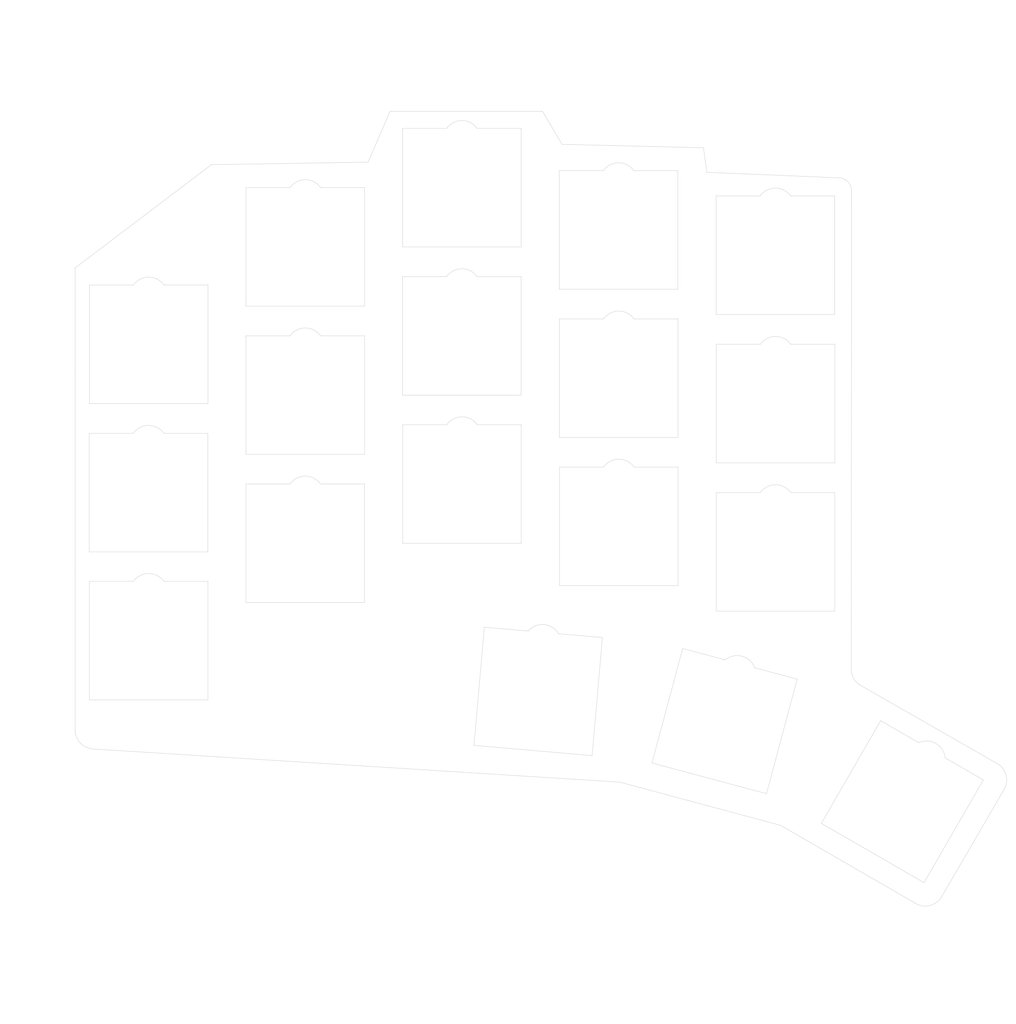
<source format=kicad_pcb>
(kicad_pcb (version 20211014) (generator pcbnew)
  (layers (0 "F.Cu" signal) (31 "B.Cu" signal) (34 "B.Paste" user) (35 "F.Paste" user) (36 "B.SilkS" user "B.Silkscreen") (37 "F.SilkS" user "F.Silkscreen") (38 "B.Mask" user) (39 "F.Mask" user) (44 "Edge.Cuts" user))
  (net 0 "")
  (footprint "Sweepv2_extras:SW_PG1350_cut" (layer "F.Cu") (at 150.98712 128.29224 -30)
    (fp_text reference "SW2" hide)
    (fp_text value "SW_Push" hide)
    (fp_line (start 7 7) (end 7 -7) (layer "Edge.Cuts") (width 0.05))
    (fp_line (start -7 -7) (end -1.8 -7) (layer "Edge.Cuts") (width 0.05))
    (fp_line (start 1.8 -7) (end 7 -7) (layer "Edge.Cuts") (width 0.05))
    (fp_line (start -7 7) (end -7 -7) (layer "Edge.Cuts") (width 0.05))
    (fp_line (start -7 7) (end 7 7) (layer "Edge.Cuts") (width 0.05))
    (fp_arc (start -1.8 -7) (mid -0.000001 -7.928054) (end 1.8 -7) (layer "Edge.Cuts") (width 0.05))
  )
  (footprint "Sweepv2_extras:SW_PG1350_cut" (layer "F.Cu") (at 61.99568 74.29184)
    (fp_text reference "SW2" hide)
    (fp_text value "SW_Push" hide)
    (fp_line (start -7 7) (end -7 -7) (layer "Edge.Cuts") (width 0.05))
    (fp_line (start -7 7) (end 7 7) (layer "Edge.Cuts") (width 0.05))
    (fp_line (start 1.8 -7) (end 7 -7) (layer "Edge.Cuts") (width 0.05))
    (fp_line (start 7 7) (end 7 -7) (layer "Edge.Cuts") (width 0.05))
    (fp_line (start -7 -7) (end -1.8 -7) (layer "Edge.Cuts") (width 0.05))
    (fp_arc (start -1.8 -7) (mid 0 -7.928054) (end 1.8 -7) (layer "Edge.Cuts") (width 0.05))
  )
  (footprint "Sweepv2_extras:SW_PG1350_cut" (layer "F.Cu") (at 107.99 115.27728 -5)
    (fp_text reference "SW2" hide)
    (fp_text value "SW_Push" hide)
    (fp_line (start -7 -7) (end -1.8 -7) (layer "Edge.Cuts") (width 0.05))
    (fp_line (start 1.8 -7) (end 7 -7) (layer "Edge.Cuts") (width 0.05))
    (fp_line (start -7 7) (end -7 -7) (layer "Edge.Cuts") (width 0.05))
    (fp_line (start 7 7) (end 7 -7) (layer "Edge.Cuts") (width 0.05))
    (fp_line (start -7 7) (end 7 7) (layer "Edge.Cuts") (width 0.05))
    (fp_arc (start -1.8 -7) (mid 0 -7.928054) (end 1.8 -7) (layer "Edge.Cuts") (width 0.05))
  )
  (footprint "Sweepv2_extras:SW_PG1350_cut" (layer "F.Cu") (at 136.0126 98.80292)
    (fp_text reference "SW2" hide)
    (fp_text value "SW_Push" hide)
    (fp_line (start 7 7) (end 7 -7) (layer "Edge.Cuts") (width 0.05))
    (fp_line (start -7 7) (end 7 7) (layer "Edge.Cuts") (width 0.05))
    (fp_line (start -7 -7) (end -1.8 -7) (layer "Edge.Cuts") (width 0.05))
    (fp_line (start -7 7) (end -7 -7) (layer "Edge.Cuts") (width 0.05))
    (fp_line (start 1.8 -7) (end 7 -7) (layer "Edge.Cuts") (width 0.05))
    (fp_arc (start -1.8 -7) (mid 0 -7.928054) (end 1.8 -7) (layer "Edge.Cuts") (width 0.05))
  )
  (footprint "Sweepv2_extras:SW_PG1350_cut" (layer "F.Cu") (at 61.98044 91.79752)
    (fp_text reference "SW2" hide)
    (fp_text value "SW_Push" hide)
    (fp_line (start -7 7) (end -7 -7) (layer "Edge.Cuts") (width 0.05))
    (fp_line (start -7 7) (end 7 7) (layer "Edge.Cuts") (width 0.05))
    (fp_line (start 1.8 -7) (end 7 -7) (layer "Edge.Cuts") (width 0.05))
    (fp_line (start -7 -7) (end -1.8 -7) (layer "Edge.Cuts") (width 0.05))
    (fp_line (start 7 7) (end 7 -7) (layer "Edge.Cuts") (width 0.05))
    (fp_arc (start -1.8 -7) (mid 0 -7.928054) (end 1.8 -7) (layer "Edge.Cuts") (width 0.05))
  )
  (footprint "Sweepv2_extras:SW_PG1350_cut" (layer "F.Cu") (at 117.50484 95.78532)
    (fp_text reference "SW2" hide)
    (fp_text value "SW_Push" hide)
    (fp_line (start 7 7) (end 7 -7) (layer "Edge.Cuts") (width 0.05))
    (fp_line (start -7 -7) (end -1.8 -7) (layer "Edge.Cuts") (width 0.05))
    (fp_line (start 1.8 -7) (end 7 -7) (layer "Edge.Cuts") (width 0.05))
    (fp_line (start -7 7) (end 7 7) (layer "Edge.Cuts") (width 0.05))
    (fp_line (start -7 7) (end -7 -7) (layer "Edge.Cuts") (width 0.05))
    (fp_arc (start -1.8 -7) (mid 0 -7.928054) (end 1.8 -7) (layer "Edge.Cuts") (width 0.05))
  )
  (footprint "Sweepv2_extras:SW_PG1350_cut" (layer "F.Cu") (at 135.99736 63.77632)
    (fp_text reference "SW2" hide)
    (fp_text value "SW_Push" hide)
    (fp_line (start 7 7) (end 7 -7) (layer "Edge.Cuts") (width 0.05))
    (fp_line (start -7 -7) (end -1.8 -7) (layer "Edge.Cuts") (width 0.05))
    (fp_line (start -7 7) (end -7 -7) (layer "Edge.Cuts") (width 0.05))
    (fp_line (start 1.8 -7) (end 7 -7) (layer "Edge.Cuts") (width 0.05))
    (fp_line (start -7 7) (end 7 7) (layer "Edge.Cuts") (width 0.05))
    (fp_arc (start -1.8 -7) (mid 0 -7.928054) (end 1.8 -7) (layer "Edge.Cuts") (width 0.05))
  )
  (footprint "Sweepv2_extras:SW_PG1350_cut" (layer "F.Cu") (at 80.4882 80.2914)
    (fp_text reference "SW2" hide)
    (fp_text value "SW_Push" hide)
    (fp_line (start -7 7) (end 7 7) (layer "Edge.Cuts") (width 0.05))
    (fp_line (start -7 -7) (end -1.8 -7) (layer "Edge.Cuts") (width 0.05))
    (fp_line (start 7 7) (end 7 -7) (layer "Edge.Cuts") (width 0.05))
    (fp_line (start 1.8 -7) (end 7 -7) (layer "Edge.Cuts") (width 0.05))
    (fp_line (start -7 7) (end -7 -7) (layer "Edge.Cuts") (width 0.05))
    (fp_arc (start -1.8 -7) (mid 0 -7.928054) (end 1.8 -7) (layer "Edge.Cuts") (width 0.05))
  )
  (footprint "Sweepv2_extras:SW_PG1350_cut" (layer "F.Cu") (at 80.4882 62.78572)
    (fp_text reference "SW2" hide)
    (fp_text value "SW_Push" hide)
    (fp_line (start -7 7) (end 7 7) (layer "Edge.Cuts") (width 0.05))
    (fp_line (start 7 7) (end 7 -7) (layer "Edge.Cuts") (width 0.05))
    (fp_line (start -7 7) (end -7 -7) (layer "Edge.Cuts") (width 0.05))
    (fp_line (start 1.8 -7) (end 7 -7) (layer "Edge.Cuts") (width 0.05))
    (fp_line (start -7 -7) (end -1.8 -7) (layer "Edge.Cuts") (width 0.05))
    (fp_arc (start -1.8 -7) (mid 0 -7.928054) (end 1.8 -7) (layer "Edge.Cuts") (width 0.05))
  )
  (footprint "Sweepv2_extras:SW_PG1350_cut" (layer "F.Cu") (at 136.0126 81.29216)
    (fp_text reference "SW2" hide)
    (fp_text value "SW_Push" hide)
    (fp_line (start 7 7) (end 7 -7) (layer "Edge.Cuts") (width 0.05))
    (fp_line (start -7 7) (end -7 -7) (layer "Edge.Cuts") (width 0.05))
    (fp_line (start -7 7) (end 7 7) (layer "Edge.Cuts") (width 0.05))
    (fp_line (start -7 -7) (end -1.8 -7) (layer "Edge.Cuts") (width 0.05))
    (fp_line (start 1.8 -7) (end 7 -7) (layer "Edge.Cuts") (width 0.05))
    (fp_arc (start -1.8 -7) (mid 0 -7.928054) (end 1.8 -7) (layer "Edge.Cuts") (width 0.05))
  )
  (footprint "Sweepv2_extras:SW_PG1350_cut" (layer "F.Cu") (at 98.99332 90.7866)
    (fp_text reference "SW2" hide)
    (fp_text value "SW_Push" hide)
    (fp_line (start -7 7) (end 7 7) (layer "Edge.Cuts") (width 0.05))
    (fp_line (start 1.8 -7) (end 7 -7) (layer "Edge.Cuts") (width 0.05))
    (fp_line (start -7 -7) (end -1.8 -7) (layer "Edge.Cuts") (width 0.05))
    (fp_line (start -7 7) (end -7 -7) (layer "Edge.Cuts") (width 0.05))
    (fp_line (start 7 7) (end 7 -7) (layer "Edge.Cuts") (width 0.05))
    (fp_arc (start -1.8 -7) (mid 0 -7.928054) (end 1.8 -7) (layer "Edge.Cuts") (width 0.05))
  )
  (footprint "Sweepv2_extras:SW_PG1350_cut" (layer "F.Cu") (at 117.50108 78.30004)
    (fp_text reference "SW2" hide)
    (fp_text value "SW_Push" hide)
    (fp_line (start 7 7) (end 7 -7) (layer "Edge.Cuts") (width 0.05))
    (fp_line (start -7 -7) (end -1.8 -7) (layer "Edge.Cuts") (width 0.05))
    (fp_line (start -7 7) (end 7 7) (layer "Edge.Cuts") (width 0.05))
    (fp_line (start -7 7) (end -7 -7) (layer "Edge.Cuts") (width 0.05))
    (fp_line (start 1.8 -7) (end 7 -7) (layer "Edge.Cuts") (width 0.05))
    (fp_arc (start -1.8 -7) (mid 0 -7.928054) (end 1.8 -7) (layer "Edge.Cuts") (width 0.05))
  )
  (footprint "Sweepv2_extras:SW_PG1350_cut" (layer "F.Cu") (at 129.99656 118.7774 -15)
    (fp_text reference "SW2" hide)
    (fp_text value "SW_Push" hide)
    (fp_line (start 7 7) (end 7 -7) (layer "Edge.Cuts") (width 0.05))
    (fp_line (start 1.8 -7) (end 7 -7) (layer "Edge.Cuts") (width 0.05))
    (fp_line (start -7 7) (end 7 7) (layer "Edge.Cuts") (width 0.05))
    (fp_line (start -7 -7) (end -1.8 -7) (layer "Edge.Cuts") (width 0.05))
    (fp_line (start -7 7) (end -7 -7) (layer "Edge.Cuts") (width 0.05))
    (fp_arc (start -1.8 -7) (mid 0 -7.928054) (end 1.8 -7) (layer "Edge.Cuts") (width 0.05))
  )
  (footprint "Sweepv2_extras:SW_PG1350_cut" (layer "F.Cu") (at 117.47568 60.78928)
    (fp_text reference "SW2" hide)
    (fp_text value "SW_Push" hide)
    (fp_line (start -7 -7) (end -1.8 -7) (layer "Edge.Cuts") (width 0.05))
    (fp_line (start 1.8 -7) (end 7 -7) (layer "Edge.Cuts") (width 0.05))
    (fp_line (start -7 7) (end 7 7) (layer "Edge.Cuts") (width 0.05))
    (fp_line (start 7 7) (end 7 -7) (layer "Edge.Cuts") (width 0.05))
    (fp_line (start -7 7) (end -7 -7) (layer "Edge.Cuts") (width 0.05))
    (fp_arc (start -1.8 -7) (mid 0 -7.928054) (end 1.8 -7) (layer "Edge.Cuts") (width 0.05))
  )
  (footprint "Sweepv2_extras:SW_PG1350_cut" (layer "F.Cu") (at 98.98316 55.80064)
    (fp_text reference "SW2" hide)
    (fp_text value "SW_Push" hide)
    (fp_line (start 1.8 -7) (end 7 -7) (layer "Edge.Cuts") (width 0.05))
    (fp_line (start 7 7) (end 7 -7) (layer "Edge.Cuts") (width 0.05))
    (fp_line (start -7 7) (end -7 -7) (layer "Edge.Cuts") (width 0.05))
    (fp_line (start -7 7) (end 7 7) (layer "Edge.Cuts") (width 0.05))
    (fp_line (start -7 -7) (end -1.8 -7) (layer "Edge.Cuts") (width 0.05))
    (fp_arc (start -1.8 -7) (mid 0 -7.928054) (end 1.8 -7) (layer "Edge.Cuts") (width 0.05))
  )
  (footprint "Sweepv2_extras:SW_PG1350_cut" (layer "F.Cu") (at 80.48688 97.78176)
    (fp_text reference "SW2" hide)
    (fp_text value "SW_Push" hide)
    (fp_line (start 1.8 -7) (end 7 -7) (layer "Edge.Cuts") (width 0.05))
    (fp_line (start -7 7) (end -7 -7) (layer "Edge.Cuts") (width 0.05))
    (fp_line (start -7 -7) (end -1.8 -7) (layer "Edge.Cuts") (width 0.05))
    (fp_line (start -7 7) (end 7 7) (layer "Edge.Cuts") (width 0.05))
    (fp_line (start 7 7) (end 7 -7) (layer "Edge.Cuts") (width 0.05))
    (fp_arc (start -1.8 -7) (mid 0 -7.928054) (end 1.8 -7) (layer "Edge.Cuts") (width 0.05))
  )
  (footprint "Sweepv2_extras:SW_PG1350_cut" (layer "F.Cu") (at 98.973 73.30124)
    (fp_text reference "SW2" hide)
    (fp_text value "SW_Push" hide)
    (fp_line (start -7 7) (end 7 7) (layer "Edge.Cuts") (width 0.05))
    (fp_line (start -7 7) (end -7 -7) (layer "Edge.Cuts") (width 0.05))
    (fp_line (start 7 7) (end 7 -7) (layer "Edge.Cuts") (width 0.05))
    (fp_line (start 1.8 -7) (end 7 -7) (layer "Edge.Cuts") (width 0.05))
    (fp_line (start -7 -7) (end -1.8 -7) (layer "Edge.Cuts") (width 0.05))
    (fp_arc (start -1.8 -7) (mid 0 -7.928054) (end 1.8 -7) (layer "Edge.Cuts") (width 0.05))
  )
  (footprint "Sweepv2_extras:SW_PG1350_cut" (layer "F.Cu") (at 61.99192 109.28288)
    (fp_text reference "SW2" hide)
    (fp_text value "SW_Push" hide)
    (fp_line (start -7 7) (end 7 7) (layer "Edge.Cuts") (width 0.05))
    (fp_line (start 1.8 -7) (end 7 -7) (layer "Edge.Cuts") (width 0.05))
    (fp_line (start 7 7) (end 7 -7) (layer "Edge.Cuts") (width 0.05))
    (fp_line (start -7 7) (end -7 -7) (layer "Edge.Cuts") (width 0.05))
    (fp_line (start -7 -7) (end -1.8 -7) (layer "Edge.Cuts") (width 0.05))
    (fp_arc (start -1.8 -7) (mid 0 -7.928054) (end 1.8 -7) (layer "Edge.Cuts") (width 0.05))
  )
  (footprint "1_modular_shared:squigmf" (layer "F.Cu") (at 104.581 93.891)
    (fp_text reference "G***" hide)
    (fp_text value "LOGO" hide)
  )
  (gr_arc (start 162.069637 123.730532) (mid 163.21816 125.110976) (end 162.981 126.891) (layer "Edge.Cuts") (width 0.05))
  (gr_arc (start 146.19245 114.641) (mid 145.326425 113.873051) (end 144.9604 112.774976) (layer "Edge.Cuts") (width 0.05))
  (gr_line (start 53.302 77.234) (end 53.302 101.364) (layer "Edge.Cuts") (width 0.05))
  (gr_line (start 53.302 65.284) (end 53.302 77.234) (layer "Edge.Cuts") (width 0.05))
  (gr_arc (start 55.602 122.084) (mid 53.975654 121.410346) (end 53.302 119.784) (layer "Edge.Cuts") (width 0.05))
  (gr_line (start 53.302 101.364) (end 53.302 119.784) (layer "Edge.Cuts") (width 0.05))
  (gr_line (start 117.602 125.984) (end 136.602 131.084) (layer "Edge.Cuts") (width 0.05))
  (gr_arc (start 155.702 139.384) (mid 154.321556 140.532523) (end 152.541532 140.295363) (layer "Edge.Cuts") (width 0.05))
  (gr_line (start 127.502 51.084) (end 110.802 50.684) (layer "Edge.Cuts") (width 0.05))
  (gr_line (start 110.802 50.684) (end 108.502 46.784) (layer "Edge.Cuts") (width 0.05))
  (gr_line (start 90.502 46.784) (end 87.902 52.784) (layer "Edge.Cuts") (width 0.05))
  (gr_line (start 136.602 131.084) (end 152.541532 140.295363) (layer "Edge.Cuts") (width 0.05))
  (gr_line (start 143.481 54.641) (end 127.902 53.984) (layer "Edge.Cuts") (width 0.05))
  (gr_line (start 162.069637 123.730532) (end 146.19245 114.641) (layer "Edge.Cuts") (width 0.05))
  (gr_line (start 108.502 46.784) (end 90.502 46.784) (layer "Edge.Cuts") (width 0.05))
  (gr_line (start 127.902 53.984) (end 127.502 51.084) (layer "Edge.Cuts") (width 0.05))
  (gr_line (start 55.602 122.084) (end 117.602 125.984) (layer "Edge.Cuts") (width 0.05))
  (gr_line (start 69.402 53.084) (end 53.302 65.284) (layer "Edge.Cuts") (width 0.05))
  (gr_line (start 155.702 139.384) (end 162.981 126.891) (layer "Edge.Cuts") (width 0.05))
  (gr_line (start 144.9604 112.774976) (end 144.981 56.141) (layer "Edge.Cuts") (width 0.05))
  (gr_line (start 87.902 52.784) (end 69.402 53.084) (layer "Edge.Cuts") (width 0.05))
  (gr_arc (start 143.481 54.641) (mid 144.54166 55.08034) (end 144.981 56.141) (layer "Edge.Cuts") (width 0.05))
)
</source>
